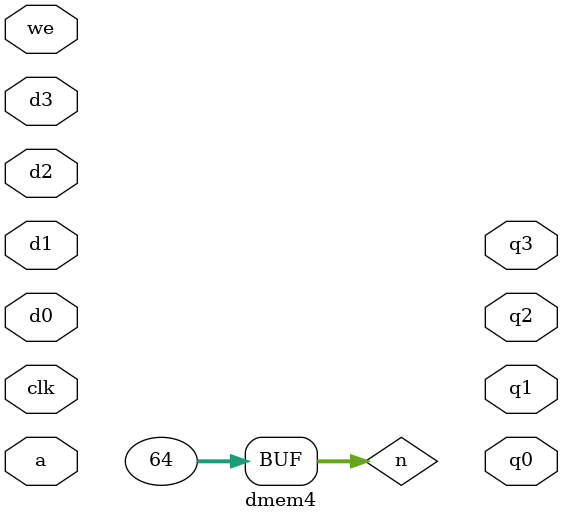
<source format=v>
 module dmem (
        input  wire        clk,
        input  wire        we,
        input  wire [5:0]  a,
        input  wire [31:0] d,
        output wire [31:0] q
    );

    reg [31:0] ram [0:63];

    integer n;

    initial begin
        for (n = 0; n < 64; n = n + 1) ram[n] = 32'hFFFFFFFF;
    end

    always @ (posedge clk) begin
        if (we) ram[a] <= d;
    end

    assign q = ram[a];
    
endmodule


 module dmem4 (
        input  wire        clk,
        input  wire        we,
        input  wire [5:0]  a,
        input  wire [31:0] d0,
        input  wire [31:0] d1,
        input  wire [31:0] d2,
        input  wire [31:0] d3,
        output wire [31:0] q0,
        output wire [31:0] q1,
        output wire [31:0] q2,
        output wire [31:0] q3
    );

    reg [31:0] ram [0:63];

    integer n;

    initial begin
        for (n = 0; n < 64; n = n + 1) ram[n] = 32'hFFFFFFFF;
    end

    always @ (posedge clk) begin
        if (we) ram[a] <= d;
    end

    assign q = ram[a];
    
endmodule
</source>
